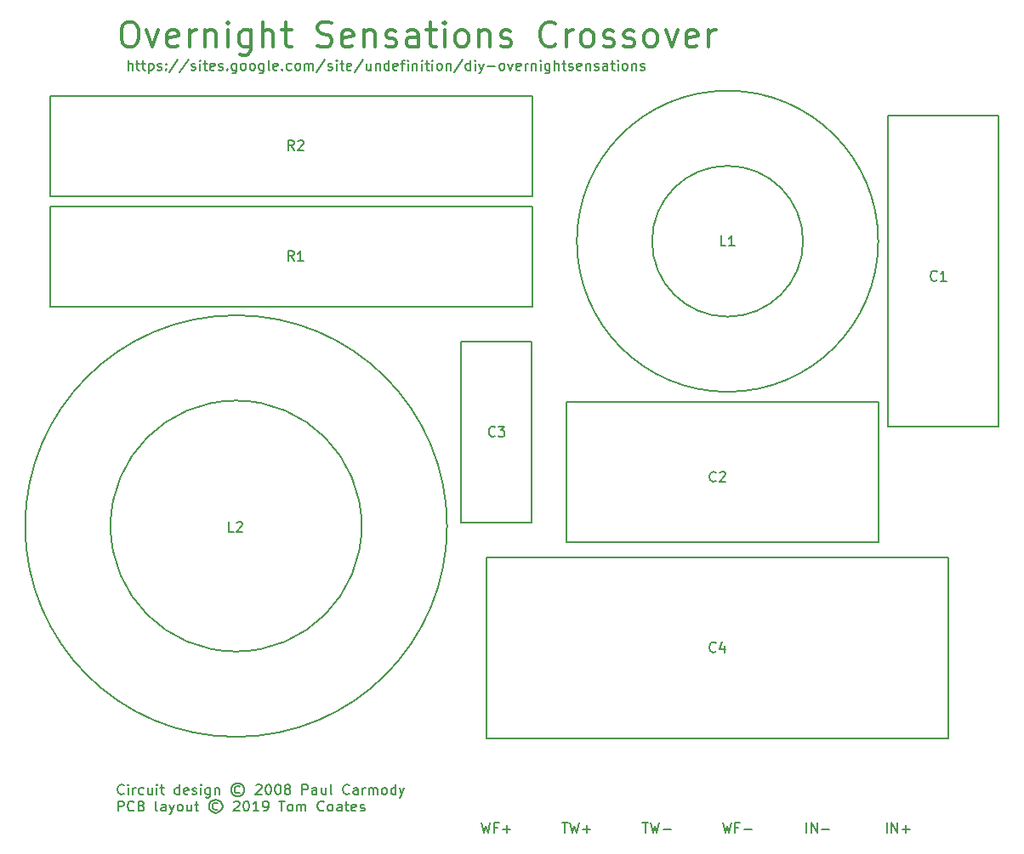
<source format=gbr>
G04 #@! TF.GenerationSoftware,KiCad,Pcbnew,(5.1.2)-2*
G04 #@! TF.CreationDate,2019-07-23T00:55:25+01:00*
G04 #@! TF.ProjectId,crossover,63726f73-736f-4766-9572-2e6b69636164,rev?*
G04 #@! TF.SameCoordinates,PX30a32c0PY7829b80*
G04 #@! TF.FileFunction,Legend,Top*
G04 #@! TF.FilePolarity,Positive*
%FSLAX46Y46*%
G04 Gerber Fmt 4.6, Leading zero omitted, Abs format (unit mm)*
G04 Created by KiCad (PCBNEW (5.1.2)-2) date 2019-07-23 00:55:25*
%MOMM*%
%LPD*%
G04 APERTURE LIST*
%ADD10C,0.150000*%
%ADD11C,0.300000*%
G04 APERTURE END LIST*
D10*
X10907023Y5467858D02*
X10859404Y5420239D01*
X10716547Y5372620D01*
X10621309Y5372620D01*
X10478452Y5420239D01*
X10383214Y5515477D01*
X10335595Y5610715D01*
X10287976Y5801191D01*
X10287976Y5944048D01*
X10335595Y6134524D01*
X10383214Y6229762D01*
X10478452Y6325000D01*
X10621309Y6372620D01*
X10716547Y6372620D01*
X10859404Y6325000D01*
X10907023Y6277381D01*
X11335595Y5372620D02*
X11335595Y6039286D01*
X11335595Y6372620D02*
X11287976Y6325000D01*
X11335595Y6277381D01*
X11383214Y6325000D01*
X11335595Y6372620D01*
X11335595Y6277381D01*
X11811785Y5372620D02*
X11811785Y6039286D01*
X11811785Y5848810D02*
X11859404Y5944048D01*
X11907023Y5991667D01*
X12002261Y6039286D01*
X12097500Y6039286D01*
X12859404Y5420239D02*
X12764166Y5372620D01*
X12573690Y5372620D01*
X12478452Y5420239D01*
X12430833Y5467858D01*
X12383214Y5563096D01*
X12383214Y5848810D01*
X12430833Y5944048D01*
X12478452Y5991667D01*
X12573690Y6039286D01*
X12764166Y6039286D01*
X12859404Y5991667D01*
X13716547Y6039286D02*
X13716547Y5372620D01*
X13287976Y6039286D02*
X13287976Y5515477D01*
X13335595Y5420239D01*
X13430833Y5372620D01*
X13573690Y5372620D01*
X13668928Y5420239D01*
X13716547Y5467858D01*
X14192738Y5372620D02*
X14192738Y6039286D01*
X14192738Y6372620D02*
X14145119Y6325000D01*
X14192738Y6277381D01*
X14240357Y6325000D01*
X14192738Y6372620D01*
X14192738Y6277381D01*
X14526071Y6039286D02*
X14907023Y6039286D01*
X14668928Y6372620D02*
X14668928Y5515477D01*
X14716547Y5420239D01*
X14811785Y5372620D01*
X14907023Y5372620D01*
X16430833Y5372620D02*
X16430833Y6372620D01*
X16430833Y5420239D02*
X16335595Y5372620D01*
X16145119Y5372620D01*
X16049880Y5420239D01*
X16002261Y5467858D01*
X15954642Y5563096D01*
X15954642Y5848810D01*
X16002261Y5944048D01*
X16049880Y5991667D01*
X16145119Y6039286D01*
X16335595Y6039286D01*
X16430833Y5991667D01*
X17287976Y5420239D02*
X17192738Y5372620D01*
X17002261Y5372620D01*
X16907023Y5420239D01*
X16859404Y5515477D01*
X16859404Y5896429D01*
X16907023Y5991667D01*
X17002261Y6039286D01*
X17192738Y6039286D01*
X17287976Y5991667D01*
X17335595Y5896429D01*
X17335595Y5801191D01*
X16859404Y5705953D01*
X17716547Y5420239D02*
X17811785Y5372620D01*
X18002261Y5372620D01*
X18097500Y5420239D01*
X18145119Y5515477D01*
X18145119Y5563096D01*
X18097500Y5658334D01*
X18002261Y5705953D01*
X17859404Y5705953D01*
X17764166Y5753572D01*
X17716547Y5848810D01*
X17716547Y5896429D01*
X17764166Y5991667D01*
X17859404Y6039286D01*
X18002261Y6039286D01*
X18097500Y5991667D01*
X18573690Y5372620D02*
X18573690Y6039286D01*
X18573690Y6372620D02*
X18526071Y6325000D01*
X18573690Y6277381D01*
X18621309Y6325000D01*
X18573690Y6372620D01*
X18573690Y6277381D01*
X19478452Y6039286D02*
X19478452Y5229762D01*
X19430833Y5134524D01*
X19383214Y5086905D01*
X19287976Y5039286D01*
X19145119Y5039286D01*
X19049880Y5086905D01*
X19478452Y5420239D02*
X19383214Y5372620D01*
X19192738Y5372620D01*
X19097500Y5420239D01*
X19049880Y5467858D01*
X19002261Y5563096D01*
X19002261Y5848810D01*
X19049880Y5944048D01*
X19097500Y5991667D01*
X19192738Y6039286D01*
X19383214Y6039286D01*
X19478452Y5991667D01*
X19954642Y6039286D02*
X19954642Y5372620D01*
X19954642Y5944048D02*
X20002261Y5991667D01*
X20097500Y6039286D01*
X20240357Y6039286D01*
X20335595Y5991667D01*
X20383214Y5896429D01*
X20383214Y5372620D01*
X22430833Y6134524D02*
X22335595Y6182143D01*
X22145119Y6182143D01*
X22049880Y6134524D01*
X21954642Y6039286D01*
X21907023Y5944048D01*
X21907023Y5753572D01*
X21954642Y5658334D01*
X22049880Y5563096D01*
X22145119Y5515477D01*
X22335595Y5515477D01*
X22430833Y5563096D01*
X22240357Y6515477D02*
X22002261Y6467858D01*
X21764166Y6325000D01*
X21621309Y6086905D01*
X21573690Y5848810D01*
X21621309Y5610715D01*
X21764166Y5372620D01*
X22002261Y5229762D01*
X22240357Y5182143D01*
X22478452Y5229762D01*
X22716547Y5372620D01*
X22859404Y5610715D01*
X22907023Y5848810D01*
X22859404Y6086905D01*
X22716547Y6325000D01*
X22478452Y6467858D01*
X22240357Y6515477D01*
X24049880Y6277381D02*
X24097500Y6325000D01*
X24192738Y6372620D01*
X24430833Y6372620D01*
X24526071Y6325000D01*
X24573690Y6277381D01*
X24621309Y6182143D01*
X24621309Y6086905D01*
X24573690Y5944048D01*
X24002261Y5372620D01*
X24621309Y5372620D01*
X25240357Y6372620D02*
X25335595Y6372620D01*
X25430833Y6325000D01*
X25478452Y6277381D01*
X25526071Y6182143D01*
X25573690Y5991667D01*
X25573690Y5753572D01*
X25526071Y5563096D01*
X25478452Y5467858D01*
X25430833Y5420239D01*
X25335595Y5372620D01*
X25240357Y5372620D01*
X25145119Y5420239D01*
X25097500Y5467858D01*
X25049880Y5563096D01*
X25002261Y5753572D01*
X25002261Y5991667D01*
X25049880Y6182143D01*
X25097500Y6277381D01*
X25145119Y6325000D01*
X25240357Y6372620D01*
X26192738Y6372620D02*
X26287976Y6372620D01*
X26383214Y6325000D01*
X26430833Y6277381D01*
X26478452Y6182143D01*
X26526071Y5991667D01*
X26526071Y5753572D01*
X26478452Y5563096D01*
X26430833Y5467858D01*
X26383214Y5420239D01*
X26287976Y5372620D01*
X26192738Y5372620D01*
X26097500Y5420239D01*
X26049880Y5467858D01*
X26002261Y5563096D01*
X25954642Y5753572D01*
X25954642Y5991667D01*
X26002261Y6182143D01*
X26049880Y6277381D01*
X26097500Y6325000D01*
X26192738Y6372620D01*
X27097500Y5944048D02*
X27002261Y5991667D01*
X26954642Y6039286D01*
X26907023Y6134524D01*
X26907023Y6182143D01*
X26954642Y6277381D01*
X27002261Y6325000D01*
X27097500Y6372620D01*
X27287976Y6372620D01*
X27383214Y6325000D01*
X27430833Y6277381D01*
X27478452Y6182143D01*
X27478452Y6134524D01*
X27430833Y6039286D01*
X27383214Y5991667D01*
X27287976Y5944048D01*
X27097500Y5944048D01*
X27002261Y5896429D01*
X26954642Y5848810D01*
X26907023Y5753572D01*
X26907023Y5563096D01*
X26954642Y5467858D01*
X27002261Y5420239D01*
X27097500Y5372620D01*
X27287976Y5372620D01*
X27383214Y5420239D01*
X27430833Y5467858D01*
X27478452Y5563096D01*
X27478452Y5753572D01*
X27430833Y5848810D01*
X27383214Y5896429D01*
X27287976Y5944048D01*
X28668928Y5372620D02*
X28668928Y6372620D01*
X29049880Y6372620D01*
X29145119Y6325000D01*
X29192738Y6277381D01*
X29240357Y6182143D01*
X29240357Y6039286D01*
X29192738Y5944048D01*
X29145119Y5896429D01*
X29049880Y5848810D01*
X28668928Y5848810D01*
X30097500Y5372620D02*
X30097500Y5896429D01*
X30049880Y5991667D01*
X29954642Y6039286D01*
X29764166Y6039286D01*
X29668928Y5991667D01*
X30097500Y5420239D02*
X30002261Y5372620D01*
X29764166Y5372620D01*
X29668928Y5420239D01*
X29621309Y5515477D01*
X29621309Y5610715D01*
X29668928Y5705953D01*
X29764166Y5753572D01*
X30002261Y5753572D01*
X30097500Y5801191D01*
X31002261Y6039286D02*
X31002261Y5372620D01*
X30573690Y6039286D02*
X30573690Y5515477D01*
X30621309Y5420239D01*
X30716547Y5372620D01*
X30859404Y5372620D01*
X30954642Y5420239D01*
X31002261Y5467858D01*
X31621309Y5372620D02*
X31526071Y5420239D01*
X31478452Y5515477D01*
X31478452Y6372620D01*
X33335595Y5467858D02*
X33287976Y5420239D01*
X33145119Y5372620D01*
X33049880Y5372620D01*
X32907023Y5420239D01*
X32811785Y5515477D01*
X32764166Y5610715D01*
X32716547Y5801191D01*
X32716547Y5944048D01*
X32764166Y6134524D01*
X32811785Y6229762D01*
X32907023Y6325000D01*
X33049880Y6372620D01*
X33145119Y6372620D01*
X33287976Y6325000D01*
X33335595Y6277381D01*
X34192738Y5372620D02*
X34192738Y5896429D01*
X34145119Y5991667D01*
X34049880Y6039286D01*
X33859404Y6039286D01*
X33764166Y5991667D01*
X34192738Y5420239D02*
X34097499Y5372620D01*
X33859404Y5372620D01*
X33764166Y5420239D01*
X33716547Y5515477D01*
X33716547Y5610715D01*
X33764166Y5705953D01*
X33859404Y5753572D01*
X34097499Y5753572D01*
X34192738Y5801191D01*
X34668928Y5372620D02*
X34668928Y6039286D01*
X34668928Y5848810D02*
X34716547Y5944048D01*
X34764166Y5991667D01*
X34859404Y6039286D01*
X34954642Y6039286D01*
X35287976Y5372620D02*
X35287976Y6039286D01*
X35287976Y5944048D02*
X35335595Y5991667D01*
X35430833Y6039286D01*
X35573690Y6039286D01*
X35668928Y5991667D01*
X35716547Y5896429D01*
X35716547Y5372620D01*
X35716547Y5896429D02*
X35764166Y5991667D01*
X35859404Y6039286D01*
X36002261Y6039286D01*
X36097499Y5991667D01*
X36145119Y5896429D01*
X36145119Y5372620D01*
X36764166Y5372620D02*
X36668928Y5420239D01*
X36621309Y5467858D01*
X36573690Y5563096D01*
X36573690Y5848810D01*
X36621309Y5944048D01*
X36668928Y5991667D01*
X36764166Y6039286D01*
X36907023Y6039286D01*
X37002261Y5991667D01*
X37049880Y5944048D01*
X37097499Y5848810D01*
X37097499Y5563096D01*
X37049880Y5467858D01*
X37002261Y5420239D01*
X36907023Y5372620D01*
X36764166Y5372620D01*
X37954642Y5372620D02*
X37954642Y6372620D01*
X37954642Y5420239D02*
X37859404Y5372620D01*
X37668928Y5372620D01*
X37573690Y5420239D01*
X37526071Y5467858D01*
X37478452Y5563096D01*
X37478452Y5848810D01*
X37526071Y5944048D01*
X37573690Y5991667D01*
X37668928Y6039286D01*
X37859404Y6039286D01*
X37954642Y5991667D01*
X38335595Y6039286D02*
X38573690Y5372620D01*
X38811785Y6039286D02*
X38573690Y5372620D01*
X38478452Y5134524D01*
X38430833Y5086905D01*
X38335595Y5039286D01*
X10335595Y3722620D02*
X10335595Y4722620D01*
X10716547Y4722620D01*
X10811785Y4675000D01*
X10859404Y4627381D01*
X10907023Y4532143D01*
X10907023Y4389286D01*
X10859404Y4294048D01*
X10811785Y4246429D01*
X10716547Y4198810D01*
X10335595Y4198810D01*
X11907023Y3817858D02*
X11859404Y3770239D01*
X11716547Y3722620D01*
X11621309Y3722620D01*
X11478452Y3770239D01*
X11383214Y3865477D01*
X11335595Y3960715D01*
X11287976Y4151191D01*
X11287976Y4294048D01*
X11335595Y4484524D01*
X11383214Y4579762D01*
X11478452Y4675000D01*
X11621309Y4722620D01*
X11716547Y4722620D01*
X11859404Y4675000D01*
X11907023Y4627381D01*
X12668928Y4246429D02*
X12811785Y4198810D01*
X12859404Y4151191D01*
X12907023Y4055953D01*
X12907023Y3913096D01*
X12859404Y3817858D01*
X12811785Y3770239D01*
X12716547Y3722620D01*
X12335595Y3722620D01*
X12335595Y4722620D01*
X12668928Y4722620D01*
X12764166Y4675000D01*
X12811785Y4627381D01*
X12859404Y4532143D01*
X12859404Y4436905D01*
X12811785Y4341667D01*
X12764166Y4294048D01*
X12668928Y4246429D01*
X12335595Y4246429D01*
X14240357Y3722620D02*
X14145119Y3770239D01*
X14097500Y3865477D01*
X14097500Y4722620D01*
X15049880Y3722620D02*
X15049880Y4246429D01*
X15002261Y4341667D01*
X14907023Y4389286D01*
X14716547Y4389286D01*
X14621309Y4341667D01*
X15049880Y3770239D02*
X14954642Y3722620D01*
X14716547Y3722620D01*
X14621309Y3770239D01*
X14573690Y3865477D01*
X14573690Y3960715D01*
X14621309Y4055953D01*
X14716547Y4103572D01*
X14954642Y4103572D01*
X15049880Y4151191D01*
X15430833Y4389286D02*
X15668928Y3722620D01*
X15907023Y4389286D02*
X15668928Y3722620D01*
X15573690Y3484524D01*
X15526071Y3436905D01*
X15430833Y3389286D01*
X16430833Y3722620D02*
X16335595Y3770239D01*
X16287976Y3817858D01*
X16240357Y3913096D01*
X16240357Y4198810D01*
X16287976Y4294048D01*
X16335595Y4341667D01*
X16430833Y4389286D01*
X16573690Y4389286D01*
X16668928Y4341667D01*
X16716547Y4294048D01*
X16764166Y4198810D01*
X16764166Y3913096D01*
X16716547Y3817858D01*
X16668928Y3770239D01*
X16573690Y3722620D01*
X16430833Y3722620D01*
X17621309Y4389286D02*
X17621309Y3722620D01*
X17192738Y4389286D02*
X17192738Y3865477D01*
X17240357Y3770239D01*
X17335595Y3722620D01*
X17478452Y3722620D01*
X17573690Y3770239D01*
X17621309Y3817858D01*
X17954642Y4389286D02*
X18335595Y4389286D01*
X18097500Y4722620D02*
X18097500Y3865477D01*
X18145119Y3770239D01*
X18240357Y3722620D01*
X18335595Y3722620D01*
X20240357Y4484524D02*
X20145119Y4532143D01*
X19954642Y4532143D01*
X19859404Y4484524D01*
X19764166Y4389286D01*
X19716547Y4294048D01*
X19716547Y4103572D01*
X19764166Y4008334D01*
X19859404Y3913096D01*
X19954642Y3865477D01*
X20145119Y3865477D01*
X20240357Y3913096D01*
X20049880Y4865477D02*
X19811785Y4817858D01*
X19573690Y4675000D01*
X19430833Y4436905D01*
X19383214Y4198810D01*
X19430833Y3960715D01*
X19573690Y3722620D01*
X19811785Y3579762D01*
X20049880Y3532143D01*
X20287976Y3579762D01*
X20526071Y3722620D01*
X20668928Y3960715D01*
X20716547Y4198810D01*
X20668928Y4436905D01*
X20526071Y4675000D01*
X20287976Y4817858D01*
X20049880Y4865477D01*
X21859404Y4627381D02*
X21907023Y4675000D01*
X22002261Y4722620D01*
X22240357Y4722620D01*
X22335595Y4675000D01*
X22383214Y4627381D01*
X22430833Y4532143D01*
X22430833Y4436905D01*
X22383214Y4294048D01*
X21811785Y3722620D01*
X22430833Y3722620D01*
X23049880Y4722620D02*
X23145119Y4722620D01*
X23240357Y4675000D01*
X23287976Y4627381D01*
X23335595Y4532143D01*
X23383214Y4341667D01*
X23383214Y4103572D01*
X23335595Y3913096D01*
X23287976Y3817858D01*
X23240357Y3770239D01*
X23145119Y3722620D01*
X23049880Y3722620D01*
X22954642Y3770239D01*
X22907023Y3817858D01*
X22859404Y3913096D01*
X22811785Y4103572D01*
X22811785Y4341667D01*
X22859404Y4532143D01*
X22907023Y4627381D01*
X22954642Y4675000D01*
X23049880Y4722620D01*
X24335595Y3722620D02*
X23764166Y3722620D01*
X24049880Y3722620D02*
X24049880Y4722620D01*
X23954642Y4579762D01*
X23859404Y4484524D01*
X23764166Y4436905D01*
X24811785Y3722620D02*
X25002261Y3722620D01*
X25097500Y3770239D01*
X25145119Y3817858D01*
X25240357Y3960715D01*
X25287976Y4151191D01*
X25287976Y4532143D01*
X25240357Y4627381D01*
X25192738Y4675000D01*
X25097500Y4722620D01*
X24907023Y4722620D01*
X24811785Y4675000D01*
X24764166Y4627381D01*
X24716547Y4532143D01*
X24716547Y4294048D01*
X24764166Y4198810D01*
X24811785Y4151191D01*
X24907023Y4103572D01*
X25097500Y4103572D01*
X25192738Y4151191D01*
X25240357Y4198810D01*
X25287976Y4294048D01*
X26335595Y4722620D02*
X26907023Y4722620D01*
X26621309Y3722620D02*
X26621309Y4722620D01*
X27383214Y3722620D02*
X27287976Y3770239D01*
X27240357Y3817858D01*
X27192738Y3913096D01*
X27192738Y4198810D01*
X27240357Y4294048D01*
X27287976Y4341667D01*
X27383214Y4389286D01*
X27526071Y4389286D01*
X27621309Y4341667D01*
X27668928Y4294048D01*
X27716547Y4198810D01*
X27716547Y3913096D01*
X27668928Y3817858D01*
X27621309Y3770239D01*
X27526071Y3722620D01*
X27383214Y3722620D01*
X28145119Y3722620D02*
X28145119Y4389286D01*
X28145119Y4294048D02*
X28192738Y4341667D01*
X28287976Y4389286D01*
X28430833Y4389286D01*
X28526071Y4341667D01*
X28573690Y4246429D01*
X28573690Y3722620D01*
X28573690Y4246429D02*
X28621309Y4341667D01*
X28716547Y4389286D01*
X28859404Y4389286D01*
X28954642Y4341667D01*
X29002261Y4246429D01*
X29002261Y3722620D01*
X30811785Y3817858D02*
X30764166Y3770239D01*
X30621309Y3722620D01*
X30526071Y3722620D01*
X30383214Y3770239D01*
X30287976Y3865477D01*
X30240357Y3960715D01*
X30192738Y4151191D01*
X30192738Y4294048D01*
X30240357Y4484524D01*
X30287976Y4579762D01*
X30383214Y4675000D01*
X30526071Y4722620D01*
X30621309Y4722620D01*
X30764166Y4675000D01*
X30811785Y4627381D01*
X31383214Y3722620D02*
X31287976Y3770239D01*
X31240357Y3817858D01*
X31192738Y3913096D01*
X31192738Y4198810D01*
X31240357Y4294048D01*
X31287976Y4341667D01*
X31383214Y4389286D01*
X31526071Y4389286D01*
X31621309Y4341667D01*
X31668928Y4294048D01*
X31716547Y4198810D01*
X31716547Y3913096D01*
X31668928Y3817858D01*
X31621309Y3770239D01*
X31526071Y3722620D01*
X31383214Y3722620D01*
X32573690Y3722620D02*
X32573690Y4246429D01*
X32526071Y4341667D01*
X32430833Y4389286D01*
X32240357Y4389286D01*
X32145119Y4341667D01*
X32573690Y3770239D02*
X32478452Y3722620D01*
X32240357Y3722620D01*
X32145119Y3770239D01*
X32097499Y3865477D01*
X32097499Y3960715D01*
X32145119Y4055953D01*
X32240357Y4103572D01*
X32478452Y4103572D01*
X32573690Y4151191D01*
X32907023Y4389286D02*
X33287976Y4389286D01*
X33049880Y4722620D02*
X33049880Y3865477D01*
X33097499Y3770239D01*
X33192738Y3722620D01*
X33287976Y3722620D01*
X34002261Y3770239D02*
X33907023Y3722620D01*
X33716547Y3722620D01*
X33621309Y3770239D01*
X33573690Y3865477D01*
X33573690Y4246429D01*
X33621309Y4341667D01*
X33716547Y4389286D01*
X33907023Y4389286D01*
X34002261Y4341667D01*
X34049880Y4246429D01*
X34049880Y4151191D01*
X33573690Y4055953D01*
X34430833Y3770239D02*
X34526071Y3722620D01*
X34716547Y3722620D01*
X34811785Y3770239D01*
X34859404Y3865477D01*
X34859404Y3913096D01*
X34811785Y4008334D01*
X34716547Y4055953D01*
X34573690Y4055953D01*
X34478452Y4103572D01*
X34430833Y4198810D01*
X34430833Y4246429D01*
X34478452Y4341667D01*
X34573690Y4389286D01*
X34716547Y4389286D01*
X34811785Y4341667D01*
X11335595Y77547620D02*
X11335595Y78547620D01*
X11764166Y77547620D02*
X11764166Y78071429D01*
X11716547Y78166667D01*
X11621309Y78214286D01*
X11478452Y78214286D01*
X11383214Y78166667D01*
X11335595Y78119048D01*
X12097500Y78214286D02*
X12478452Y78214286D01*
X12240357Y78547620D02*
X12240357Y77690477D01*
X12287976Y77595239D01*
X12383214Y77547620D01*
X12478452Y77547620D01*
X12668928Y78214286D02*
X13049880Y78214286D01*
X12811785Y78547620D02*
X12811785Y77690477D01*
X12859404Y77595239D01*
X12954642Y77547620D01*
X13049880Y77547620D01*
X13383214Y78214286D02*
X13383214Y77214286D01*
X13383214Y78166667D02*
X13478452Y78214286D01*
X13668928Y78214286D01*
X13764166Y78166667D01*
X13811785Y78119048D01*
X13859404Y78023810D01*
X13859404Y77738096D01*
X13811785Y77642858D01*
X13764166Y77595239D01*
X13668928Y77547620D01*
X13478452Y77547620D01*
X13383214Y77595239D01*
X14240357Y77595239D02*
X14335595Y77547620D01*
X14526071Y77547620D01*
X14621309Y77595239D01*
X14668928Y77690477D01*
X14668928Y77738096D01*
X14621309Y77833334D01*
X14526071Y77880953D01*
X14383214Y77880953D01*
X14287976Y77928572D01*
X14240357Y78023810D01*
X14240357Y78071429D01*
X14287976Y78166667D01*
X14383214Y78214286D01*
X14526071Y78214286D01*
X14621309Y78166667D01*
X15097500Y77642858D02*
X15145119Y77595239D01*
X15097500Y77547620D01*
X15049880Y77595239D01*
X15097500Y77642858D01*
X15097500Y77547620D01*
X15097500Y78166667D02*
X15145119Y78119048D01*
X15097500Y78071429D01*
X15049880Y78119048D01*
X15097500Y78166667D01*
X15097500Y78071429D01*
X16287976Y78595239D02*
X15430833Y77309524D01*
X17335595Y78595239D02*
X16478452Y77309524D01*
X17621309Y77595239D02*
X17716547Y77547620D01*
X17907023Y77547620D01*
X18002261Y77595239D01*
X18049880Y77690477D01*
X18049880Y77738096D01*
X18002261Y77833334D01*
X17907023Y77880953D01*
X17764166Y77880953D01*
X17668928Y77928572D01*
X17621309Y78023810D01*
X17621309Y78071429D01*
X17668928Y78166667D01*
X17764166Y78214286D01*
X17907023Y78214286D01*
X18002261Y78166667D01*
X18478452Y77547620D02*
X18478452Y78214286D01*
X18478452Y78547620D02*
X18430833Y78500000D01*
X18478452Y78452381D01*
X18526071Y78500000D01*
X18478452Y78547620D01*
X18478452Y78452381D01*
X18811785Y78214286D02*
X19192738Y78214286D01*
X18954642Y78547620D02*
X18954642Y77690477D01*
X19002261Y77595239D01*
X19097500Y77547620D01*
X19192738Y77547620D01*
X19907023Y77595239D02*
X19811785Y77547620D01*
X19621309Y77547620D01*
X19526071Y77595239D01*
X19478452Y77690477D01*
X19478452Y78071429D01*
X19526071Y78166667D01*
X19621309Y78214286D01*
X19811785Y78214286D01*
X19907023Y78166667D01*
X19954642Y78071429D01*
X19954642Y77976191D01*
X19478452Y77880953D01*
X20335595Y77595239D02*
X20430833Y77547620D01*
X20621309Y77547620D01*
X20716547Y77595239D01*
X20764166Y77690477D01*
X20764166Y77738096D01*
X20716547Y77833334D01*
X20621309Y77880953D01*
X20478452Y77880953D01*
X20383214Y77928572D01*
X20335595Y78023810D01*
X20335595Y78071429D01*
X20383214Y78166667D01*
X20478452Y78214286D01*
X20621309Y78214286D01*
X20716547Y78166667D01*
X21192738Y77642858D02*
X21240357Y77595239D01*
X21192738Y77547620D01*
X21145119Y77595239D01*
X21192738Y77642858D01*
X21192738Y77547620D01*
X22097500Y78214286D02*
X22097500Y77404762D01*
X22049880Y77309524D01*
X22002261Y77261905D01*
X21907023Y77214286D01*
X21764166Y77214286D01*
X21668928Y77261905D01*
X22097500Y77595239D02*
X22002261Y77547620D01*
X21811785Y77547620D01*
X21716547Y77595239D01*
X21668928Y77642858D01*
X21621309Y77738096D01*
X21621309Y78023810D01*
X21668928Y78119048D01*
X21716547Y78166667D01*
X21811785Y78214286D01*
X22002261Y78214286D01*
X22097500Y78166667D01*
X22716547Y77547620D02*
X22621309Y77595239D01*
X22573690Y77642858D01*
X22526071Y77738096D01*
X22526071Y78023810D01*
X22573690Y78119048D01*
X22621309Y78166667D01*
X22716547Y78214286D01*
X22859404Y78214286D01*
X22954642Y78166667D01*
X23002261Y78119048D01*
X23049880Y78023810D01*
X23049880Y77738096D01*
X23002261Y77642858D01*
X22954642Y77595239D01*
X22859404Y77547620D01*
X22716547Y77547620D01*
X23621309Y77547620D02*
X23526071Y77595239D01*
X23478452Y77642858D01*
X23430833Y77738096D01*
X23430833Y78023810D01*
X23478452Y78119048D01*
X23526071Y78166667D01*
X23621309Y78214286D01*
X23764166Y78214286D01*
X23859404Y78166667D01*
X23907023Y78119048D01*
X23954642Y78023810D01*
X23954642Y77738096D01*
X23907023Y77642858D01*
X23859404Y77595239D01*
X23764166Y77547620D01*
X23621309Y77547620D01*
X24811785Y78214286D02*
X24811785Y77404762D01*
X24764166Y77309524D01*
X24716547Y77261905D01*
X24621309Y77214286D01*
X24478452Y77214286D01*
X24383214Y77261905D01*
X24811785Y77595239D02*
X24716547Y77547620D01*
X24526071Y77547620D01*
X24430833Y77595239D01*
X24383214Y77642858D01*
X24335595Y77738096D01*
X24335595Y78023810D01*
X24383214Y78119048D01*
X24430833Y78166667D01*
X24526071Y78214286D01*
X24716547Y78214286D01*
X24811785Y78166667D01*
X25430833Y77547620D02*
X25335595Y77595239D01*
X25287976Y77690477D01*
X25287976Y78547620D01*
X26192738Y77595239D02*
X26097500Y77547620D01*
X25907023Y77547620D01*
X25811785Y77595239D01*
X25764166Y77690477D01*
X25764166Y78071429D01*
X25811785Y78166667D01*
X25907023Y78214286D01*
X26097500Y78214286D01*
X26192738Y78166667D01*
X26240357Y78071429D01*
X26240357Y77976191D01*
X25764166Y77880953D01*
X26668928Y77642858D02*
X26716547Y77595239D01*
X26668928Y77547620D01*
X26621309Y77595239D01*
X26668928Y77642858D01*
X26668928Y77547620D01*
X27573690Y77595239D02*
X27478452Y77547620D01*
X27287976Y77547620D01*
X27192738Y77595239D01*
X27145119Y77642858D01*
X27097500Y77738096D01*
X27097500Y78023810D01*
X27145119Y78119048D01*
X27192738Y78166667D01*
X27287976Y78214286D01*
X27478452Y78214286D01*
X27573690Y78166667D01*
X28145119Y77547620D02*
X28049880Y77595239D01*
X28002261Y77642858D01*
X27954642Y77738096D01*
X27954642Y78023810D01*
X28002261Y78119048D01*
X28049880Y78166667D01*
X28145119Y78214286D01*
X28287976Y78214286D01*
X28383214Y78166667D01*
X28430833Y78119048D01*
X28478452Y78023810D01*
X28478452Y77738096D01*
X28430833Y77642858D01*
X28383214Y77595239D01*
X28287976Y77547620D01*
X28145119Y77547620D01*
X28907023Y77547620D02*
X28907023Y78214286D01*
X28907023Y78119048D02*
X28954642Y78166667D01*
X29049880Y78214286D01*
X29192738Y78214286D01*
X29287976Y78166667D01*
X29335595Y78071429D01*
X29335595Y77547620D01*
X29335595Y78071429D02*
X29383214Y78166667D01*
X29478452Y78214286D01*
X29621309Y78214286D01*
X29716547Y78166667D01*
X29764166Y78071429D01*
X29764166Y77547620D01*
X30954642Y78595239D02*
X30097500Y77309524D01*
X31240357Y77595239D02*
X31335595Y77547620D01*
X31526071Y77547620D01*
X31621309Y77595239D01*
X31668928Y77690477D01*
X31668928Y77738096D01*
X31621309Y77833334D01*
X31526071Y77880953D01*
X31383214Y77880953D01*
X31287976Y77928572D01*
X31240357Y78023810D01*
X31240357Y78071429D01*
X31287976Y78166667D01*
X31383214Y78214286D01*
X31526071Y78214286D01*
X31621309Y78166667D01*
X32097500Y77547620D02*
X32097500Y78214286D01*
X32097500Y78547620D02*
X32049880Y78500000D01*
X32097500Y78452381D01*
X32145119Y78500000D01*
X32097500Y78547620D01*
X32097500Y78452381D01*
X32430833Y78214286D02*
X32811785Y78214286D01*
X32573690Y78547620D02*
X32573690Y77690477D01*
X32621309Y77595239D01*
X32716547Y77547620D01*
X32811785Y77547620D01*
X33526071Y77595239D02*
X33430833Y77547620D01*
X33240357Y77547620D01*
X33145119Y77595239D01*
X33097500Y77690477D01*
X33097500Y78071429D01*
X33145119Y78166667D01*
X33240357Y78214286D01*
X33430833Y78214286D01*
X33526071Y78166667D01*
X33573690Y78071429D01*
X33573690Y77976191D01*
X33097500Y77880953D01*
X34716547Y78595239D02*
X33859404Y77309524D01*
X35478452Y78214286D02*
X35478452Y77547620D01*
X35049880Y78214286D02*
X35049880Y77690477D01*
X35097500Y77595239D01*
X35192738Y77547620D01*
X35335595Y77547620D01*
X35430833Y77595239D01*
X35478452Y77642858D01*
X35954642Y78214286D02*
X35954642Y77547620D01*
X35954642Y78119048D02*
X36002261Y78166667D01*
X36097500Y78214286D01*
X36240357Y78214286D01*
X36335595Y78166667D01*
X36383214Y78071429D01*
X36383214Y77547620D01*
X37287976Y77547620D02*
X37287976Y78547620D01*
X37287976Y77595239D02*
X37192738Y77547620D01*
X37002261Y77547620D01*
X36907023Y77595239D01*
X36859404Y77642858D01*
X36811785Y77738096D01*
X36811785Y78023810D01*
X36859404Y78119048D01*
X36907023Y78166667D01*
X37002261Y78214286D01*
X37192738Y78214286D01*
X37287976Y78166667D01*
X38145119Y77595239D02*
X38049880Y77547620D01*
X37859404Y77547620D01*
X37764166Y77595239D01*
X37716547Y77690477D01*
X37716547Y78071429D01*
X37764166Y78166667D01*
X37859404Y78214286D01*
X38049880Y78214286D01*
X38145119Y78166667D01*
X38192738Y78071429D01*
X38192738Y77976191D01*
X37716547Y77880953D01*
X38478452Y78214286D02*
X38859404Y78214286D01*
X38621309Y77547620D02*
X38621309Y78404762D01*
X38668928Y78500000D01*
X38764166Y78547620D01*
X38859404Y78547620D01*
X39192738Y77547620D02*
X39192738Y78214286D01*
X39192738Y78547620D02*
X39145119Y78500000D01*
X39192738Y78452381D01*
X39240357Y78500000D01*
X39192738Y78547620D01*
X39192738Y78452381D01*
X39668928Y78214286D02*
X39668928Y77547620D01*
X39668928Y78119048D02*
X39716547Y78166667D01*
X39811785Y78214286D01*
X39954642Y78214286D01*
X40049880Y78166667D01*
X40097500Y78071429D01*
X40097500Y77547620D01*
X40573690Y77547620D02*
X40573690Y78214286D01*
X40573690Y78547620D02*
X40526071Y78500000D01*
X40573690Y78452381D01*
X40621309Y78500000D01*
X40573690Y78547620D01*
X40573690Y78452381D01*
X40907023Y78214286D02*
X41287976Y78214286D01*
X41049880Y78547620D02*
X41049880Y77690477D01*
X41097500Y77595239D01*
X41192738Y77547620D01*
X41287976Y77547620D01*
X41621309Y77547620D02*
X41621309Y78214286D01*
X41621309Y78547620D02*
X41573690Y78500000D01*
X41621309Y78452381D01*
X41668928Y78500000D01*
X41621309Y78547620D01*
X41621309Y78452381D01*
X42240357Y77547620D02*
X42145119Y77595239D01*
X42097500Y77642858D01*
X42049880Y77738096D01*
X42049880Y78023810D01*
X42097500Y78119048D01*
X42145119Y78166667D01*
X42240357Y78214286D01*
X42383214Y78214286D01*
X42478452Y78166667D01*
X42526071Y78119048D01*
X42573690Y78023810D01*
X42573690Y77738096D01*
X42526071Y77642858D01*
X42478452Y77595239D01*
X42383214Y77547620D01*
X42240357Y77547620D01*
X43002261Y78214286D02*
X43002261Y77547620D01*
X43002261Y78119048D02*
X43049880Y78166667D01*
X43145119Y78214286D01*
X43287976Y78214286D01*
X43383214Y78166667D01*
X43430833Y78071429D01*
X43430833Y77547620D01*
X44621309Y78595239D02*
X43764166Y77309524D01*
X45383214Y77547620D02*
X45383214Y78547620D01*
X45383214Y77595239D02*
X45287976Y77547620D01*
X45097500Y77547620D01*
X45002261Y77595239D01*
X44954642Y77642858D01*
X44907023Y77738096D01*
X44907023Y78023810D01*
X44954642Y78119048D01*
X45002261Y78166667D01*
X45097500Y78214286D01*
X45287976Y78214286D01*
X45383214Y78166667D01*
X45859404Y77547620D02*
X45859404Y78214286D01*
X45859404Y78547620D02*
X45811785Y78500000D01*
X45859404Y78452381D01*
X45907023Y78500000D01*
X45859404Y78547620D01*
X45859404Y78452381D01*
X46240357Y78214286D02*
X46478452Y77547620D01*
X46716547Y78214286D02*
X46478452Y77547620D01*
X46383214Y77309524D01*
X46335595Y77261905D01*
X46240357Y77214286D01*
X47097500Y77928572D02*
X47859404Y77928572D01*
X48478452Y77547620D02*
X48383214Y77595239D01*
X48335595Y77642858D01*
X48287976Y77738096D01*
X48287976Y78023810D01*
X48335595Y78119048D01*
X48383214Y78166667D01*
X48478452Y78214286D01*
X48621309Y78214286D01*
X48716547Y78166667D01*
X48764166Y78119048D01*
X48811785Y78023810D01*
X48811785Y77738096D01*
X48764166Y77642858D01*
X48716547Y77595239D01*
X48621309Y77547620D01*
X48478452Y77547620D01*
X49145119Y78214286D02*
X49383214Y77547620D01*
X49621309Y78214286D01*
X50383214Y77595239D02*
X50287976Y77547620D01*
X50097500Y77547620D01*
X50002261Y77595239D01*
X49954642Y77690477D01*
X49954642Y78071429D01*
X50002261Y78166667D01*
X50097500Y78214286D01*
X50287976Y78214286D01*
X50383214Y78166667D01*
X50430833Y78071429D01*
X50430833Y77976191D01*
X49954642Y77880953D01*
X50859404Y77547620D02*
X50859404Y78214286D01*
X50859404Y78023810D02*
X50907023Y78119048D01*
X50954642Y78166667D01*
X51049880Y78214286D01*
X51145119Y78214286D01*
X51478452Y78214286D02*
X51478452Y77547620D01*
X51478452Y78119048D02*
X51526071Y78166667D01*
X51621309Y78214286D01*
X51764166Y78214286D01*
X51859404Y78166667D01*
X51907023Y78071429D01*
X51907023Y77547620D01*
X52383214Y77547620D02*
X52383214Y78214286D01*
X52383214Y78547620D02*
X52335595Y78500000D01*
X52383214Y78452381D01*
X52430833Y78500000D01*
X52383214Y78547620D01*
X52383214Y78452381D01*
X53287976Y78214286D02*
X53287976Y77404762D01*
X53240357Y77309524D01*
X53192738Y77261905D01*
X53097500Y77214286D01*
X52954642Y77214286D01*
X52859404Y77261905D01*
X53287976Y77595239D02*
X53192738Y77547620D01*
X53002261Y77547620D01*
X52907023Y77595239D01*
X52859404Y77642858D01*
X52811785Y77738096D01*
X52811785Y78023810D01*
X52859404Y78119048D01*
X52907023Y78166667D01*
X53002261Y78214286D01*
X53192738Y78214286D01*
X53287976Y78166667D01*
X53764166Y77547620D02*
X53764166Y78547620D01*
X54192738Y77547620D02*
X54192738Y78071429D01*
X54145119Y78166667D01*
X54049880Y78214286D01*
X53907023Y78214286D01*
X53811785Y78166667D01*
X53764166Y78119048D01*
X54526071Y78214286D02*
X54907023Y78214286D01*
X54668928Y78547620D02*
X54668928Y77690477D01*
X54716547Y77595239D01*
X54811785Y77547620D01*
X54907023Y77547620D01*
X55192738Y77595239D02*
X55287976Y77547620D01*
X55478452Y77547620D01*
X55573690Y77595239D01*
X55621309Y77690477D01*
X55621309Y77738096D01*
X55573690Y77833334D01*
X55478452Y77880953D01*
X55335595Y77880953D01*
X55240357Y77928572D01*
X55192738Y78023810D01*
X55192738Y78071429D01*
X55240357Y78166667D01*
X55335595Y78214286D01*
X55478452Y78214286D01*
X55573690Y78166667D01*
X56430833Y77595239D02*
X56335595Y77547620D01*
X56145119Y77547620D01*
X56049880Y77595239D01*
X56002261Y77690477D01*
X56002261Y78071429D01*
X56049880Y78166667D01*
X56145119Y78214286D01*
X56335595Y78214286D01*
X56430833Y78166667D01*
X56478452Y78071429D01*
X56478452Y77976191D01*
X56002261Y77880953D01*
X56907023Y78214286D02*
X56907023Y77547620D01*
X56907023Y78119048D02*
X56954642Y78166667D01*
X57049880Y78214286D01*
X57192738Y78214286D01*
X57287976Y78166667D01*
X57335595Y78071429D01*
X57335595Y77547620D01*
X57764166Y77595239D02*
X57859404Y77547620D01*
X58049880Y77547620D01*
X58145119Y77595239D01*
X58192738Y77690477D01*
X58192738Y77738096D01*
X58145119Y77833334D01*
X58049880Y77880953D01*
X57907023Y77880953D01*
X57811785Y77928572D01*
X57764166Y78023810D01*
X57764166Y78071429D01*
X57811785Y78166667D01*
X57907023Y78214286D01*
X58049880Y78214286D01*
X58145119Y78166667D01*
X59049880Y77547620D02*
X59049880Y78071429D01*
X59002261Y78166667D01*
X58907023Y78214286D01*
X58716547Y78214286D01*
X58621309Y78166667D01*
X59049880Y77595239D02*
X58954642Y77547620D01*
X58716547Y77547620D01*
X58621309Y77595239D01*
X58573690Y77690477D01*
X58573690Y77785715D01*
X58621309Y77880953D01*
X58716547Y77928572D01*
X58954642Y77928572D01*
X59049880Y77976191D01*
X59383214Y78214286D02*
X59764166Y78214286D01*
X59526071Y78547620D02*
X59526071Y77690477D01*
X59573690Y77595239D01*
X59668928Y77547620D01*
X59764166Y77547620D01*
X60097499Y77547620D02*
X60097499Y78214286D01*
X60097499Y78547620D02*
X60049880Y78500000D01*
X60097499Y78452381D01*
X60145119Y78500000D01*
X60097499Y78547620D01*
X60097499Y78452381D01*
X60716547Y77547620D02*
X60621309Y77595239D01*
X60573690Y77642858D01*
X60526071Y77738096D01*
X60526071Y78023810D01*
X60573690Y78119048D01*
X60621309Y78166667D01*
X60716547Y78214286D01*
X60859404Y78214286D01*
X60954642Y78166667D01*
X61002261Y78119048D01*
X61049880Y78023810D01*
X61049880Y77738096D01*
X61002261Y77642858D01*
X60954642Y77595239D01*
X60859404Y77547620D01*
X60716547Y77547620D01*
X61478452Y78214286D02*
X61478452Y77547620D01*
X61478452Y78119048D02*
X61526071Y78166667D01*
X61621309Y78214286D01*
X61764166Y78214286D01*
X61859404Y78166667D01*
X61907023Y78071429D01*
X61907023Y77547620D01*
X62335595Y77595239D02*
X62430833Y77547620D01*
X62621309Y77547620D01*
X62716547Y77595239D01*
X62764166Y77690477D01*
X62764166Y77738096D01*
X62716547Y77833334D01*
X62621309Y77880953D01*
X62478452Y77880953D01*
X62383214Y77928572D01*
X62335595Y78023810D01*
X62335595Y78071429D01*
X62383214Y78166667D01*
X62478452Y78214286D01*
X62621309Y78214286D01*
X62716547Y78166667D01*
D11*
X11266428Y82369048D02*
X11742619Y82369048D01*
X11980714Y82250000D01*
X12218809Y82011905D01*
X12337857Y81535715D01*
X12337857Y80702381D01*
X12218809Y80226191D01*
X11980714Y79988096D01*
X11742619Y79869048D01*
X11266428Y79869048D01*
X11028333Y79988096D01*
X10790238Y80226191D01*
X10671190Y80702381D01*
X10671190Y81535715D01*
X10790238Y82011905D01*
X11028333Y82250000D01*
X11266428Y82369048D01*
X13171190Y81535715D02*
X13766428Y79869048D01*
X14361666Y81535715D01*
X16266428Y79988096D02*
X16028333Y79869048D01*
X15552142Y79869048D01*
X15314047Y79988096D01*
X15195000Y80226191D01*
X15195000Y81178572D01*
X15314047Y81416667D01*
X15552142Y81535715D01*
X16028333Y81535715D01*
X16266428Y81416667D01*
X16385476Y81178572D01*
X16385476Y80940477D01*
X15195000Y80702381D01*
X17456904Y79869048D02*
X17456904Y81535715D01*
X17456904Y81059524D02*
X17575952Y81297620D01*
X17695000Y81416667D01*
X17933095Y81535715D01*
X18171190Y81535715D01*
X19004523Y81535715D02*
X19004523Y79869048D01*
X19004523Y81297620D02*
X19123571Y81416667D01*
X19361666Y81535715D01*
X19718809Y81535715D01*
X19956904Y81416667D01*
X20075952Y81178572D01*
X20075952Y79869048D01*
X21266428Y79869048D02*
X21266428Y81535715D01*
X21266428Y82369048D02*
X21147380Y82250000D01*
X21266428Y82130953D01*
X21385476Y82250000D01*
X21266428Y82369048D01*
X21266428Y82130953D01*
X23528333Y81535715D02*
X23528333Y79511905D01*
X23409285Y79273810D01*
X23290238Y79154762D01*
X23052142Y79035715D01*
X22695000Y79035715D01*
X22456904Y79154762D01*
X23528333Y79988096D02*
X23290238Y79869048D01*
X22814047Y79869048D01*
X22575952Y79988096D01*
X22456904Y80107143D01*
X22337857Y80345239D01*
X22337857Y81059524D01*
X22456904Y81297620D01*
X22575952Y81416667D01*
X22814047Y81535715D01*
X23290238Y81535715D01*
X23528333Y81416667D01*
X24718809Y79869048D02*
X24718809Y82369048D01*
X25790238Y79869048D02*
X25790238Y81178572D01*
X25671190Y81416667D01*
X25433095Y81535715D01*
X25075952Y81535715D01*
X24837857Y81416667D01*
X24718809Y81297620D01*
X26623571Y81535715D02*
X27575952Y81535715D01*
X26980714Y82369048D02*
X26980714Y80226191D01*
X27099761Y79988096D01*
X27337857Y79869048D01*
X27575952Y79869048D01*
X30195000Y79988096D02*
X30552142Y79869048D01*
X31147380Y79869048D01*
X31385476Y79988096D01*
X31504523Y80107143D01*
X31623571Y80345239D01*
X31623571Y80583334D01*
X31504523Y80821429D01*
X31385476Y80940477D01*
X31147380Y81059524D01*
X30671190Y81178572D01*
X30433095Y81297620D01*
X30314047Y81416667D01*
X30195000Y81654762D01*
X30195000Y81892858D01*
X30314047Y82130953D01*
X30433095Y82250000D01*
X30671190Y82369048D01*
X31266428Y82369048D01*
X31623571Y82250000D01*
X33647380Y79988096D02*
X33409285Y79869048D01*
X32933095Y79869048D01*
X32695000Y79988096D01*
X32575952Y80226191D01*
X32575952Y81178572D01*
X32695000Y81416667D01*
X32933095Y81535715D01*
X33409285Y81535715D01*
X33647380Y81416667D01*
X33766428Y81178572D01*
X33766428Y80940477D01*
X32575952Y80702381D01*
X34837857Y81535715D02*
X34837857Y79869048D01*
X34837857Y81297620D02*
X34956904Y81416667D01*
X35195000Y81535715D01*
X35552142Y81535715D01*
X35790238Y81416667D01*
X35909285Y81178572D01*
X35909285Y79869048D01*
X36980714Y79988096D02*
X37218809Y79869048D01*
X37695000Y79869048D01*
X37933095Y79988096D01*
X38052142Y80226191D01*
X38052142Y80345239D01*
X37933095Y80583334D01*
X37695000Y80702381D01*
X37337857Y80702381D01*
X37099761Y80821429D01*
X36980714Y81059524D01*
X36980714Y81178572D01*
X37099761Y81416667D01*
X37337857Y81535715D01*
X37695000Y81535715D01*
X37933095Y81416667D01*
X40195000Y79869048D02*
X40195000Y81178572D01*
X40075952Y81416667D01*
X39837857Y81535715D01*
X39361666Y81535715D01*
X39123571Y81416667D01*
X40195000Y79988096D02*
X39956904Y79869048D01*
X39361666Y79869048D01*
X39123571Y79988096D01*
X39004523Y80226191D01*
X39004523Y80464286D01*
X39123571Y80702381D01*
X39361666Y80821429D01*
X39956904Y80821429D01*
X40195000Y80940477D01*
X41028333Y81535715D02*
X41980714Y81535715D01*
X41385476Y82369048D02*
X41385476Y80226191D01*
X41504523Y79988096D01*
X41742619Y79869048D01*
X41980714Y79869048D01*
X42814047Y79869048D02*
X42814047Y81535715D01*
X42814047Y82369048D02*
X42695000Y82250000D01*
X42814047Y82130953D01*
X42933095Y82250000D01*
X42814047Y82369048D01*
X42814047Y82130953D01*
X44361666Y79869048D02*
X44123571Y79988096D01*
X44004523Y80107143D01*
X43885476Y80345239D01*
X43885476Y81059524D01*
X44004523Y81297620D01*
X44123571Y81416667D01*
X44361666Y81535715D01*
X44718809Y81535715D01*
X44956904Y81416667D01*
X45075952Y81297620D01*
X45195000Y81059524D01*
X45195000Y80345239D01*
X45075952Y80107143D01*
X44956904Y79988096D01*
X44718809Y79869048D01*
X44361666Y79869048D01*
X46266428Y81535715D02*
X46266428Y79869048D01*
X46266428Y81297620D02*
X46385476Y81416667D01*
X46623571Y81535715D01*
X46980714Y81535715D01*
X47218809Y81416667D01*
X47337857Y81178572D01*
X47337857Y79869048D01*
X48409285Y79988096D02*
X48647380Y79869048D01*
X49123571Y79869048D01*
X49361666Y79988096D01*
X49480714Y80226191D01*
X49480714Y80345239D01*
X49361666Y80583334D01*
X49123571Y80702381D01*
X48766428Y80702381D01*
X48528333Y80821429D01*
X48409285Y81059524D01*
X48409285Y81178572D01*
X48528333Y81416667D01*
X48766428Y81535715D01*
X49123571Y81535715D01*
X49361666Y81416667D01*
X53885476Y80107143D02*
X53766428Y79988096D01*
X53409285Y79869048D01*
X53171190Y79869048D01*
X52814047Y79988096D01*
X52575952Y80226191D01*
X52456904Y80464286D01*
X52337857Y80940477D01*
X52337857Y81297620D01*
X52456904Y81773810D01*
X52575952Y82011905D01*
X52814047Y82250000D01*
X53171190Y82369048D01*
X53409285Y82369048D01*
X53766428Y82250000D01*
X53885476Y82130953D01*
X54956904Y79869048D02*
X54956904Y81535715D01*
X54956904Y81059524D02*
X55075952Y81297620D01*
X55195000Y81416667D01*
X55433095Y81535715D01*
X55671190Y81535715D01*
X56861666Y79869048D02*
X56623571Y79988096D01*
X56504523Y80107143D01*
X56385476Y80345239D01*
X56385476Y81059524D01*
X56504523Y81297620D01*
X56623571Y81416667D01*
X56861666Y81535715D01*
X57218809Y81535715D01*
X57456904Y81416667D01*
X57575952Y81297620D01*
X57694999Y81059524D01*
X57694999Y80345239D01*
X57575952Y80107143D01*
X57456904Y79988096D01*
X57218809Y79869048D01*
X56861666Y79869048D01*
X58647380Y79988096D02*
X58885476Y79869048D01*
X59361666Y79869048D01*
X59599761Y79988096D01*
X59718809Y80226191D01*
X59718809Y80345239D01*
X59599761Y80583334D01*
X59361666Y80702381D01*
X59004523Y80702381D01*
X58766428Y80821429D01*
X58647380Y81059524D01*
X58647380Y81178572D01*
X58766428Y81416667D01*
X59004523Y81535715D01*
X59361666Y81535715D01*
X59599761Y81416667D01*
X60671190Y79988096D02*
X60909285Y79869048D01*
X61385476Y79869048D01*
X61623571Y79988096D01*
X61742619Y80226191D01*
X61742619Y80345239D01*
X61623571Y80583334D01*
X61385476Y80702381D01*
X61028333Y80702381D01*
X60790238Y80821429D01*
X60671190Y81059524D01*
X60671190Y81178572D01*
X60790238Y81416667D01*
X61028333Y81535715D01*
X61385476Y81535715D01*
X61623571Y81416667D01*
X63171190Y79869048D02*
X62933095Y79988096D01*
X62814047Y80107143D01*
X62694999Y80345239D01*
X62694999Y81059524D01*
X62814047Y81297620D01*
X62933095Y81416667D01*
X63171190Y81535715D01*
X63528333Y81535715D01*
X63766428Y81416667D01*
X63885476Y81297620D01*
X64004523Y81059524D01*
X64004523Y80345239D01*
X63885476Y80107143D01*
X63766428Y79988096D01*
X63528333Y79869048D01*
X63171190Y79869048D01*
X64837857Y81535715D02*
X65433095Y79869048D01*
X66028333Y81535715D01*
X67933095Y79988096D02*
X67694999Y79869048D01*
X67218809Y79869048D01*
X66980714Y79988096D01*
X66861666Y80226191D01*
X66861666Y81178572D01*
X66980714Y81416667D01*
X67218809Y81535715D01*
X67694999Y81535715D01*
X67933095Y81416667D01*
X68052142Y81178572D01*
X68052142Y80940477D01*
X66861666Y80702381D01*
X69123571Y79869048D02*
X69123571Y81535715D01*
X69123571Y81059524D02*
X69242619Y81297620D01*
X69361666Y81416667D01*
X69599761Y81535715D01*
X69837857Y81535715D01*
D10*
X46523809Y2547620D02*
X46761904Y1547620D01*
X46952380Y2261905D01*
X47142857Y1547620D01*
X47380952Y2547620D01*
X48095238Y2071429D02*
X47761904Y2071429D01*
X47761904Y1547620D02*
X47761904Y2547620D01*
X48238095Y2547620D01*
X48619047Y1928572D02*
X49380952Y1928572D01*
X49000000Y1547620D02*
X49000000Y2309524D01*
X54523809Y2547620D02*
X55095238Y2547620D01*
X54809523Y1547620D02*
X54809523Y2547620D01*
X55333333Y2547620D02*
X55571428Y1547620D01*
X55761904Y2261905D01*
X55952380Y1547620D01*
X56190476Y2547620D01*
X56571428Y1928572D02*
X57333333Y1928572D01*
X56952380Y1547620D02*
X56952380Y2309524D01*
X62523809Y2547620D02*
X63095238Y2547620D01*
X62809523Y1547620D02*
X62809523Y2547620D01*
X63333333Y2547620D02*
X63571428Y1547620D01*
X63761904Y2261905D01*
X63952380Y1547620D01*
X64190476Y2547620D01*
X64571428Y1928572D02*
X65333333Y1928572D01*
X70523809Y2547620D02*
X70761904Y1547620D01*
X70952380Y2261905D01*
X71142857Y1547620D01*
X71380952Y2547620D01*
X72095238Y2071429D02*
X71761904Y2071429D01*
X71761904Y1547620D02*
X71761904Y2547620D01*
X72238095Y2547620D01*
X72619047Y1928572D02*
X73380952Y1928572D01*
X78857142Y1547620D02*
X78857142Y2547620D01*
X79333333Y1547620D02*
X79333333Y2547620D01*
X79904761Y1547620D01*
X79904761Y2547620D01*
X80380952Y1928572D02*
X81142857Y1928572D01*
X86857142Y1547620D02*
X86857142Y2547620D01*
X87333333Y1547620D02*
X87333333Y2547620D01*
X87904761Y1547620D01*
X87904761Y2547620D01*
X88380952Y1928572D02*
X89142857Y1928572D01*
X88761904Y1547620D02*
X88761904Y2309524D01*
X93000000Y20000000D02*
X93000000Y11000000D01*
X93000000Y11000000D02*
X47000000Y11000000D01*
X47000000Y11000000D02*
X47000000Y29000000D01*
X47000000Y29000000D02*
X93000000Y29000000D01*
X93000000Y29000000D02*
X93000000Y20000000D01*
X43075001Y32124999D02*
G75*
G03X43075001Y32124999I-21000000J0D01*
G01*
X34575001Y32124999D02*
G75*
G03X34575001Y32124999I-12500000J0D01*
G01*
X87000000Y42000000D02*
X87000000Y68000000D01*
X87000000Y68000000D02*
X87000000Y73000000D01*
X87000000Y73000000D02*
X98000000Y73000000D01*
X98000000Y73000000D02*
X98000000Y42000000D01*
X98000000Y42000000D02*
X87000000Y42000000D01*
X55000000Y44500000D02*
X86000000Y44500000D01*
X86000000Y44500000D02*
X86000000Y30500000D01*
X86000000Y30500000D02*
X55000000Y30500000D01*
X55000000Y30500000D02*
X55000000Y44500000D01*
X44500000Y32500000D02*
X44500000Y50500000D01*
X44500000Y50500000D02*
X51500000Y50500000D01*
X51500000Y50500000D02*
X51500000Y32500000D01*
X51500000Y32500000D02*
X44500000Y32500000D01*
X86000000Y60500000D02*
G75*
G03X86000000Y60500000I-15000000J0D01*
G01*
X78516648Y60500000D02*
G75*
G03X78516648Y60500000I-7516648J0D01*
G01*
X3560001Y64000000D02*
X51560001Y64000000D01*
X51560001Y64000000D02*
X51560001Y54000000D01*
X51560001Y54000000D02*
X3560001Y54000000D01*
X3560001Y54000000D02*
X3560001Y64000000D01*
X3560001Y65000000D02*
X3560001Y75000000D01*
X51560001Y65000000D02*
X3560001Y65000000D01*
X51560001Y75000000D02*
X51560001Y65000000D01*
X3560001Y75000000D02*
X51560001Y75000000D01*
X69833333Y19642858D02*
X69785714Y19595239D01*
X69642857Y19547620D01*
X69547619Y19547620D01*
X69404761Y19595239D01*
X69309523Y19690477D01*
X69261904Y19785715D01*
X69214285Y19976191D01*
X69214285Y20119048D01*
X69261904Y20309524D01*
X69309523Y20404762D01*
X69404761Y20500000D01*
X69547619Y20547620D01*
X69642857Y20547620D01*
X69785714Y20500000D01*
X69833333Y20452381D01*
X70690476Y20214286D02*
X70690476Y19547620D01*
X70452380Y20595239D02*
X70214285Y19880953D01*
X70833333Y19880953D01*
X21833333Y31547620D02*
X21357142Y31547620D01*
X21357142Y32547620D01*
X22119047Y32452381D02*
X22166666Y32500000D01*
X22261904Y32547620D01*
X22500000Y32547620D01*
X22595238Y32500000D01*
X22642857Y32452381D01*
X22690476Y32357143D01*
X22690476Y32261905D01*
X22642857Y32119048D01*
X22071428Y31547620D01*
X22690476Y31547620D01*
X91833333Y56642858D02*
X91785714Y56595239D01*
X91642857Y56547620D01*
X91547619Y56547620D01*
X91404761Y56595239D01*
X91309523Y56690477D01*
X91261904Y56785715D01*
X91214285Y56976191D01*
X91214285Y57119048D01*
X91261904Y57309524D01*
X91309523Y57404762D01*
X91404761Y57500000D01*
X91547619Y57547620D01*
X91642857Y57547620D01*
X91785714Y57500000D01*
X91833333Y57452381D01*
X92785714Y56547620D02*
X92214285Y56547620D01*
X92500000Y56547620D02*
X92500000Y57547620D01*
X92404761Y57404762D01*
X92309523Y57309524D01*
X92214285Y57261905D01*
X69833333Y36642858D02*
X69785714Y36595239D01*
X69642857Y36547620D01*
X69547619Y36547620D01*
X69404761Y36595239D01*
X69309523Y36690477D01*
X69261904Y36785715D01*
X69214285Y36976191D01*
X69214285Y37119048D01*
X69261904Y37309524D01*
X69309523Y37404762D01*
X69404761Y37500000D01*
X69547619Y37547620D01*
X69642857Y37547620D01*
X69785714Y37500000D01*
X69833333Y37452381D01*
X70214285Y37452381D02*
X70261904Y37500000D01*
X70357142Y37547620D01*
X70595238Y37547620D01*
X70690476Y37500000D01*
X70738095Y37452381D01*
X70785714Y37357143D01*
X70785714Y37261905D01*
X70738095Y37119048D01*
X70166666Y36547620D01*
X70785714Y36547620D01*
X47833333Y41142858D02*
X47785714Y41095239D01*
X47642857Y41047620D01*
X47547619Y41047620D01*
X47404761Y41095239D01*
X47309523Y41190477D01*
X47261904Y41285715D01*
X47214285Y41476191D01*
X47214285Y41619048D01*
X47261904Y41809524D01*
X47309523Y41904762D01*
X47404761Y42000000D01*
X47547619Y42047620D01*
X47642857Y42047620D01*
X47785714Y42000000D01*
X47833333Y41952381D01*
X48166666Y42047620D02*
X48785714Y42047620D01*
X48452380Y41666667D01*
X48595238Y41666667D01*
X48690476Y41619048D01*
X48738095Y41571429D01*
X48785714Y41476191D01*
X48785714Y41238096D01*
X48738095Y41142858D01*
X48690476Y41095239D01*
X48595238Y41047620D01*
X48309523Y41047620D01*
X48214285Y41095239D01*
X48166666Y41142858D01*
X70833333Y60047620D02*
X70357142Y60047620D01*
X70357142Y61047620D01*
X71690476Y60047620D02*
X71119047Y60047620D01*
X71404761Y60047620D02*
X71404761Y61047620D01*
X71309523Y60904762D01*
X71214285Y60809524D01*
X71119047Y60761905D01*
X27833333Y58547620D02*
X27500000Y59023810D01*
X27261904Y58547620D02*
X27261904Y59547620D01*
X27642857Y59547620D01*
X27738095Y59500000D01*
X27785714Y59452381D01*
X27833333Y59357143D01*
X27833333Y59214286D01*
X27785714Y59119048D01*
X27738095Y59071429D01*
X27642857Y59023810D01*
X27261904Y59023810D01*
X28785714Y58547620D02*
X28214285Y58547620D01*
X28500000Y58547620D02*
X28500000Y59547620D01*
X28404761Y59404762D01*
X28309523Y59309524D01*
X28214285Y59261905D01*
X27833333Y69547620D02*
X27500000Y70023810D01*
X27261904Y69547620D02*
X27261904Y70547620D01*
X27642857Y70547620D01*
X27738095Y70500000D01*
X27785714Y70452381D01*
X27833333Y70357143D01*
X27833333Y70214286D01*
X27785714Y70119048D01*
X27738095Y70071429D01*
X27642857Y70023810D01*
X27261904Y70023810D01*
X28214285Y70452381D02*
X28261904Y70500000D01*
X28357142Y70547620D01*
X28595238Y70547620D01*
X28690476Y70500000D01*
X28738095Y70452381D01*
X28785714Y70357143D01*
X28785714Y70261905D01*
X28738095Y70119048D01*
X28166666Y69547620D01*
X28785714Y69547620D01*
M02*

</source>
